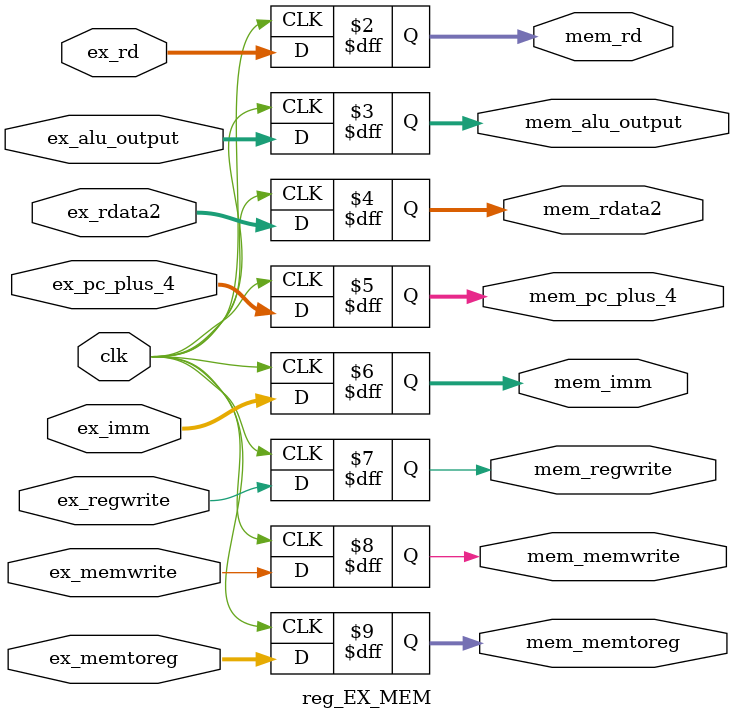
<source format=v>
module reg_EX_MEM(
    input clk,

    input wire [4:0] ex_rd,
    input wire [31:0] ex_alu_output,
    input wire [31:0] ex_rdata2,
    input wire [31:0] ex_pc_plus_4,
    input wire [31:0] ex_imm,

    output reg [4:0] mem_rd,
    output reg [31:0] mem_alu_output,
    output reg [31:0] mem_rdata2,
    output reg [31:0] mem_pc_plus_4,
    output reg [31:0] mem_imm,

    //control signal
    input wire ex_regwrite,
    input wire ex_memwrite,
    input wire [1:0] ex_memtoreg,

    output reg mem_regwrite,
    output reg mem_memwrite,
    output reg [1:0] mem_memtoreg

);
//ex stage에서 쓴 것 : alu관련 signal, branch 관련 signal, 
// 넘어가야할 data : rd, aluouput, imm, pc_plus_4 (WB로) 
// 넘어가야할 sig : memtoreg(wb mux), memwrite, regwrite


always @(posedge clk) begin
    mem_rd <= ex_rd;
    mem_alu_output <= ex_alu_output;
    mem_rdata2 <= ex_rdata2;
    mem_pc_plus_4 <= ex_pc_plus_4;

    mem_imm <= ex_imm;

    mem_regwrite <= ex_regwrite;
    mem_memwrite <= ex_memwrite;
    mem_memtoreg <= ex_memtoreg;

end





endmodule
</source>
